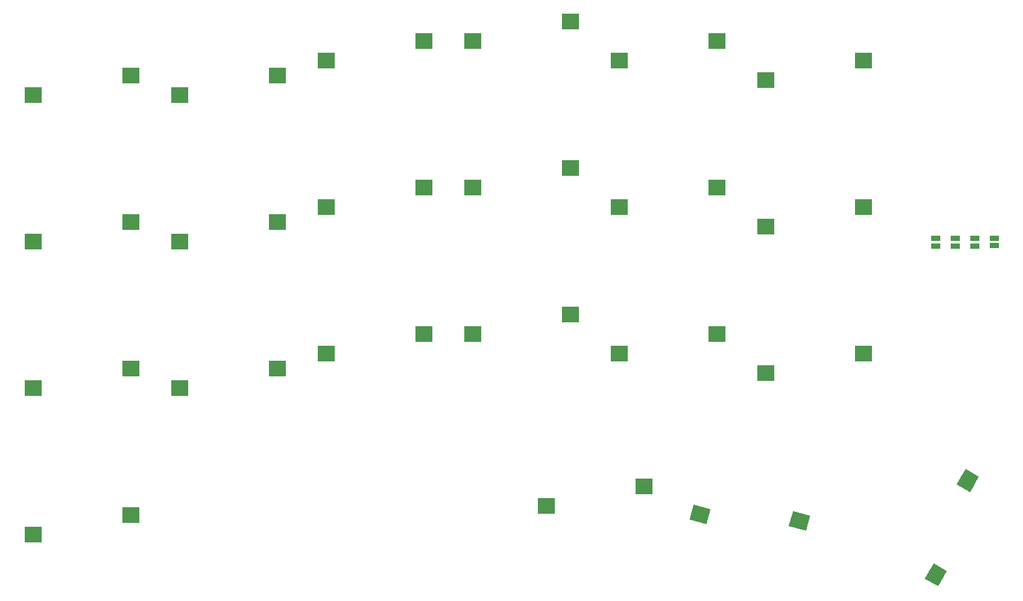
<source format=gbp>
G04 #@! TF.GenerationSoftware,KiCad,Pcbnew,(5.1.0)-1*
G04 #@! TF.CreationDate,2019-04-27T14:25:24+02:00*
G04 #@! TF.ProjectId,prkbd,70726b62-642e-46b6-9963-61645f706362,1*
G04 #@! TF.SameCoordinates,Original*
G04 #@! TF.FileFunction,Paste,Bot*
G04 #@! TF.FilePolarity,Positive*
%FSLAX46Y46*%
G04 Gerber Fmt 4.6, Leading zero omitted, Abs format (unit mm)*
G04 Created by KiCad (PCBNEW (5.1.0)-1) date 2019-04-27 14:25:24*
%MOMM*%
%LPD*%
G04 APERTURE LIST*
%ADD10R,2.300000X2.000000*%
%ADD11R,1.143000X0.635000*%
%ADD12C,2.000000*%
%ADD13C,0.100000*%
G04 APERTURE END LIST*
D10*
X163210000Y-77510000D03*
X175910000Y-74970000D03*
X80660000Y-95925000D03*
X67960000Y-98465000D03*
D11*
X192958172Y-98006640D03*
X192958172Y-99007400D03*
X190411377Y-99021249D03*
X190411377Y-98020489D03*
X187871377Y-98020489D03*
X187871377Y-99021249D03*
X185331377Y-99021249D03*
X185331377Y-98020489D03*
D10*
X80660000Y-76875000D03*
X67960000Y-79415000D03*
X99710000Y-76875000D03*
X87010000Y-79415000D03*
X118760000Y-72430000D03*
X106060000Y-74970000D03*
X125110000Y-72430000D03*
X137810000Y-69890000D03*
X156860000Y-72430000D03*
X144160000Y-74970000D03*
X99710000Y-95925000D03*
X87010000Y-98465000D03*
X106060000Y-94020000D03*
X118760000Y-91480000D03*
X137810000Y-88940000D03*
X125110000Y-91480000D03*
X156860000Y-91480000D03*
X144160000Y-94020000D03*
X163210000Y-96560000D03*
X175910000Y-94020000D03*
X80660000Y-114975000D03*
X67960000Y-117515000D03*
X99710000Y-114975000D03*
X87010000Y-117515000D03*
X118760000Y-110530000D03*
X106060000Y-113070000D03*
X125110000Y-110530000D03*
X137810000Y-107990000D03*
X144160000Y-113070000D03*
X156860000Y-110530000D03*
X163210000Y-115610000D03*
X175910000Y-113070000D03*
X67960000Y-136565000D03*
X80660000Y-134025000D03*
X134635000Y-132820000D03*
X147335000Y-130280000D03*
D12*
X167583728Y-134803822D03*
D13*
G36*
X166214094Y-135472106D02*
G01*
X166731732Y-133540254D01*
X168953362Y-134135538D01*
X168435724Y-136067390D01*
X166214094Y-135472106D01*
X166214094Y-135472106D01*
G37*
D12*
X154659069Y-133970272D03*
D13*
G36*
X153289435Y-134638556D02*
G01*
X153807073Y-132706704D01*
X156028703Y-133301988D01*
X155511065Y-135233840D01*
X153289435Y-134638556D01*
X153289435Y-134638556D01*
G37*
D12*
X189484346Y-129527822D03*
D13*
G36*
X189775371Y-131023751D02*
G01*
X188043321Y-130023751D01*
X189193321Y-128031893D01*
X190925371Y-129031893D01*
X189775371Y-131023751D01*
X189775371Y-131023751D01*
G37*
D12*
X185334050Y-141796345D03*
D13*
G36*
X185625075Y-143292274D02*
G01*
X183893025Y-142292274D01*
X185043025Y-140300416D01*
X186775075Y-141300416D01*
X185625075Y-143292274D01*
X185625075Y-143292274D01*
G37*
M02*

</source>
